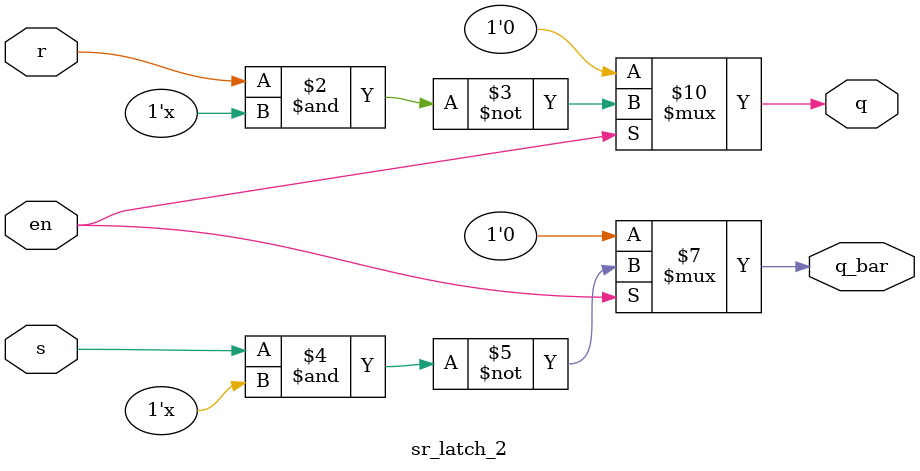
<source format=v>
module sr_latch_2(input s,r,en,output reg q,q_bar);
always@(*)
begin
	if (en)
	begin
 q<=~(r&q_bar);
 q_bar<=~(s&q);
 end
 else
 begin
	 q<=0;
   q_bar<=0;
 end
 end
endmodule

</source>
